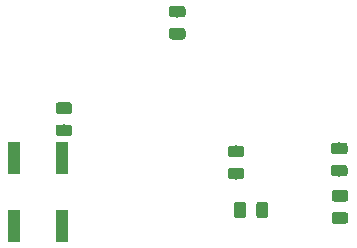
<source format=gbr>
G04 #@! TF.GenerationSoftware,KiCad,Pcbnew,5.0.2-bee76a0~70~ubuntu18.04.1*
G04 #@! TF.CreationDate,2019-02-20T16:39:47+02:00*
G04 #@! TF.ProjectId,weerstasie,77656572-7374-4617-9369-652e6b696361,rev?*
G04 #@! TF.SameCoordinates,Original*
G04 #@! TF.FileFunction,Paste,Bot*
G04 #@! TF.FilePolarity,Positive*
%FSLAX46Y46*%
G04 Gerber Fmt 4.6, Leading zero omitted, Abs format (unit mm)*
G04 Created by KiCad (PCBNEW 5.0.2-bee76a0~70~ubuntu18.04.1) date Wed 20 Feb 2019 16:39:47 SAST*
%MOMM*%
%LPD*%
G01*
G04 APERTURE LIST*
%ADD10C,0.100000*%
%ADD11C,0.975000*%
%ADD12R,1.000000X2.750000*%
G04 APERTURE END LIST*
D10*
G04 #@! TO.C,R4*
G36*
X107109342Y-89046374D02*
X107133003Y-89049884D01*
X107156207Y-89055696D01*
X107178729Y-89063754D01*
X107200353Y-89073982D01*
X107220870Y-89086279D01*
X107240083Y-89100529D01*
X107257807Y-89116593D01*
X107273871Y-89134317D01*
X107288121Y-89153530D01*
X107300418Y-89174047D01*
X107310646Y-89195671D01*
X107318704Y-89218193D01*
X107324516Y-89241397D01*
X107328026Y-89265058D01*
X107329200Y-89288950D01*
X107329200Y-89776450D01*
X107328026Y-89800342D01*
X107324516Y-89824003D01*
X107318704Y-89847207D01*
X107310646Y-89869729D01*
X107300418Y-89891353D01*
X107288121Y-89911870D01*
X107273871Y-89931083D01*
X107257807Y-89948807D01*
X107240083Y-89964871D01*
X107220870Y-89979121D01*
X107200353Y-89991418D01*
X107178729Y-90001646D01*
X107156207Y-90009704D01*
X107133003Y-90015516D01*
X107109342Y-90019026D01*
X107085450Y-90020200D01*
X106172950Y-90020200D01*
X106149058Y-90019026D01*
X106125397Y-90015516D01*
X106102193Y-90009704D01*
X106079671Y-90001646D01*
X106058047Y-89991418D01*
X106037530Y-89979121D01*
X106018317Y-89964871D01*
X106000593Y-89948807D01*
X105984529Y-89931083D01*
X105970279Y-89911870D01*
X105957982Y-89891353D01*
X105947754Y-89869729D01*
X105939696Y-89847207D01*
X105933884Y-89824003D01*
X105930374Y-89800342D01*
X105929200Y-89776450D01*
X105929200Y-89288950D01*
X105930374Y-89265058D01*
X105933884Y-89241397D01*
X105939696Y-89218193D01*
X105947754Y-89195671D01*
X105957982Y-89174047D01*
X105970279Y-89153530D01*
X105984529Y-89134317D01*
X106000593Y-89116593D01*
X106018317Y-89100529D01*
X106037530Y-89086279D01*
X106058047Y-89073982D01*
X106079671Y-89063754D01*
X106102193Y-89055696D01*
X106125397Y-89049884D01*
X106149058Y-89046374D01*
X106172950Y-89045200D01*
X107085450Y-89045200D01*
X107109342Y-89046374D01*
X107109342Y-89046374D01*
G37*
D11*
X106629200Y-89532700D03*
D10*
G36*
X107109342Y-87171374D02*
X107133003Y-87174884D01*
X107156207Y-87180696D01*
X107178729Y-87188754D01*
X107200353Y-87198982D01*
X107220870Y-87211279D01*
X107240083Y-87225529D01*
X107257807Y-87241593D01*
X107273871Y-87259317D01*
X107288121Y-87278530D01*
X107300418Y-87299047D01*
X107310646Y-87320671D01*
X107318704Y-87343193D01*
X107324516Y-87366397D01*
X107328026Y-87390058D01*
X107329200Y-87413950D01*
X107329200Y-87901450D01*
X107328026Y-87925342D01*
X107324516Y-87949003D01*
X107318704Y-87972207D01*
X107310646Y-87994729D01*
X107300418Y-88016353D01*
X107288121Y-88036870D01*
X107273871Y-88056083D01*
X107257807Y-88073807D01*
X107240083Y-88089871D01*
X107220870Y-88104121D01*
X107200353Y-88116418D01*
X107178729Y-88126646D01*
X107156207Y-88134704D01*
X107133003Y-88140516D01*
X107109342Y-88144026D01*
X107085450Y-88145200D01*
X106172950Y-88145200D01*
X106149058Y-88144026D01*
X106125397Y-88140516D01*
X106102193Y-88134704D01*
X106079671Y-88126646D01*
X106058047Y-88116418D01*
X106037530Y-88104121D01*
X106018317Y-88089871D01*
X106000593Y-88073807D01*
X105984529Y-88056083D01*
X105970279Y-88036870D01*
X105957982Y-88016353D01*
X105947754Y-87994729D01*
X105939696Y-87972207D01*
X105933884Y-87949003D01*
X105930374Y-87925342D01*
X105929200Y-87901450D01*
X105929200Y-87413950D01*
X105930374Y-87390058D01*
X105933884Y-87366397D01*
X105939696Y-87343193D01*
X105947754Y-87320671D01*
X105957982Y-87299047D01*
X105970279Y-87278530D01*
X105984529Y-87259317D01*
X106000593Y-87241593D01*
X106018317Y-87225529D01*
X106037530Y-87211279D01*
X106058047Y-87198982D01*
X106079671Y-87188754D01*
X106102193Y-87180696D01*
X106125397Y-87174884D01*
X106149058Y-87171374D01*
X106172950Y-87170200D01*
X107085450Y-87170200D01*
X107109342Y-87171374D01*
X107109342Y-87171374D01*
G37*
D11*
X106629200Y-87657700D03*
G04 #@! TD*
D10*
G04 #@! TO.C,R5*
G36*
X116710542Y-80867574D02*
X116734203Y-80871084D01*
X116757407Y-80876896D01*
X116779929Y-80884954D01*
X116801553Y-80895182D01*
X116822070Y-80907479D01*
X116841283Y-80921729D01*
X116859007Y-80937793D01*
X116875071Y-80955517D01*
X116889321Y-80974730D01*
X116901618Y-80995247D01*
X116911846Y-81016871D01*
X116919904Y-81039393D01*
X116925716Y-81062597D01*
X116929226Y-81086258D01*
X116930400Y-81110150D01*
X116930400Y-81597650D01*
X116929226Y-81621542D01*
X116925716Y-81645203D01*
X116919904Y-81668407D01*
X116911846Y-81690929D01*
X116901618Y-81712553D01*
X116889321Y-81733070D01*
X116875071Y-81752283D01*
X116859007Y-81770007D01*
X116841283Y-81786071D01*
X116822070Y-81800321D01*
X116801553Y-81812618D01*
X116779929Y-81822846D01*
X116757407Y-81830904D01*
X116734203Y-81836716D01*
X116710542Y-81840226D01*
X116686650Y-81841400D01*
X115774150Y-81841400D01*
X115750258Y-81840226D01*
X115726597Y-81836716D01*
X115703393Y-81830904D01*
X115680871Y-81822846D01*
X115659247Y-81812618D01*
X115638730Y-81800321D01*
X115619517Y-81786071D01*
X115601793Y-81770007D01*
X115585729Y-81752283D01*
X115571479Y-81733070D01*
X115559182Y-81712553D01*
X115548954Y-81690929D01*
X115540896Y-81668407D01*
X115535084Y-81645203D01*
X115531574Y-81621542D01*
X115530400Y-81597650D01*
X115530400Y-81110150D01*
X115531574Y-81086258D01*
X115535084Y-81062597D01*
X115540896Y-81039393D01*
X115548954Y-81016871D01*
X115559182Y-80995247D01*
X115571479Y-80974730D01*
X115585729Y-80955517D01*
X115601793Y-80937793D01*
X115619517Y-80921729D01*
X115638730Y-80907479D01*
X115659247Y-80895182D01*
X115680871Y-80884954D01*
X115703393Y-80876896D01*
X115726597Y-80871084D01*
X115750258Y-80867574D01*
X115774150Y-80866400D01*
X116686650Y-80866400D01*
X116710542Y-80867574D01*
X116710542Y-80867574D01*
G37*
D11*
X116230400Y-81353900D03*
D10*
G36*
X116710542Y-78992574D02*
X116734203Y-78996084D01*
X116757407Y-79001896D01*
X116779929Y-79009954D01*
X116801553Y-79020182D01*
X116822070Y-79032479D01*
X116841283Y-79046729D01*
X116859007Y-79062793D01*
X116875071Y-79080517D01*
X116889321Y-79099730D01*
X116901618Y-79120247D01*
X116911846Y-79141871D01*
X116919904Y-79164393D01*
X116925716Y-79187597D01*
X116929226Y-79211258D01*
X116930400Y-79235150D01*
X116930400Y-79722650D01*
X116929226Y-79746542D01*
X116925716Y-79770203D01*
X116919904Y-79793407D01*
X116911846Y-79815929D01*
X116901618Y-79837553D01*
X116889321Y-79858070D01*
X116875071Y-79877283D01*
X116859007Y-79895007D01*
X116841283Y-79911071D01*
X116822070Y-79925321D01*
X116801553Y-79937618D01*
X116779929Y-79947846D01*
X116757407Y-79955904D01*
X116734203Y-79961716D01*
X116710542Y-79965226D01*
X116686650Y-79966400D01*
X115774150Y-79966400D01*
X115750258Y-79965226D01*
X115726597Y-79961716D01*
X115703393Y-79955904D01*
X115680871Y-79947846D01*
X115659247Y-79937618D01*
X115638730Y-79925321D01*
X115619517Y-79911071D01*
X115601793Y-79895007D01*
X115585729Y-79877283D01*
X115571479Y-79858070D01*
X115559182Y-79837553D01*
X115548954Y-79815929D01*
X115540896Y-79793407D01*
X115535084Y-79770203D01*
X115531574Y-79746542D01*
X115530400Y-79722650D01*
X115530400Y-79235150D01*
X115531574Y-79211258D01*
X115535084Y-79187597D01*
X115540896Y-79164393D01*
X115548954Y-79141871D01*
X115559182Y-79120247D01*
X115571479Y-79099730D01*
X115585729Y-79080517D01*
X115601793Y-79062793D01*
X115619517Y-79046729D01*
X115638730Y-79032479D01*
X115659247Y-79020182D01*
X115680871Y-79009954D01*
X115703393Y-79001896D01*
X115726597Y-78996084D01*
X115750258Y-78992574D01*
X115774150Y-78991400D01*
X116686650Y-78991400D01*
X116710542Y-78992574D01*
X116710542Y-78992574D01*
G37*
D11*
X116230400Y-79478900D03*
G04 #@! TD*
D12*
G04 #@! TO.C,SW1*
X102444800Y-91867000D03*
X102444800Y-97617000D03*
X106444800Y-97617000D03*
X106444800Y-91867000D03*
G04 #@! TD*
D10*
G04 #@! TO.C,C5*
G36*
X121688942Y-92703974D02*
X121712603Y-92707484D01*
X121735807Y-92713296D01*
X121758329Y-92721354D01*
X121779953Y-92731582D01*
X121800470Y-92743879D01*
X121819683Y-92758129D01*
X121837407Y-92774193D01*
X121853471Y-92791917D01*
X121867721Y-92811130D01*
X121880018Y-92831647D01*
X121890246Y-92853271D01*
X121898304Y-92875793D01*
X121904116Y-92898997D01*
X121907626Y-92922658D01*
X121908800Y-92946550D01*
X121908800Y-93434050D01*
X121907626Y-93457942D01*
X121904116Y-93481603D01*
X121898304Y-93504807D01*
X121890246Y-93527329D01*
X121880018Y-93548953D01*
X121867721Y-93569470D01*
X121853471Y-93588683D01*
X121837407Y-93606407D01*
X121819683Y-93622471D01*
X121800470Y-93636721D01*
X121779953Y-93649018D01*
X121758329Y-93659246D01*
X121735807Y-93667304D01*
X121712603Y-93673116D01*
X121688942Y-93676626D01*
X121665050Y-93677800D01*
X120752550Y-93677800D01*
X120728658Y-93676626D01*
X120704997Y-93673116D01*
X120681793Y-93667304D01*
X120659271Y-93659246D01*
X120637647Y-93649018D01*
X120617130Y-93636721D01*
X120597917Y-93622471D01*
X120580193Y-93606407D01*
X120564129Y-93588683D01*
X120549879Y-93569470D01*
X120537582Y-93548953D01*
X120527354Y-93527329D01*
X120519296Y-93504807D01*
X120513484Y-93481603D01*
X120509974Y-93457942D01*
X120508800Y-93434050D01*
X120508800Y-92946550D01*
X120509974Y-92922658D01*
X120513484Y-92898997D01*
X120519296Y-92875793D01*
X120527354Y-92853271D01*
X120537582Y-92831647D01*
X120549879Y-92811130D01*
X120564129Y-92791917D01*
X120580193Y-92774193D01*
X120597917Y-92758129D01*
X120617130Y-92743879D01*
X120637647Y-92731582D01*
X120659271Y-92721354D01*
X120681793Y-92713296D01*
X120704997Y-92707484D01*
X120728658Y-92703974D01*
X120752550Y-92702800D01*
X121665050Y-92702800D01*
X121688942Y-92703974D01*
X121688942Y-92703974D01*
G37*
D11*
X121208800Y-93190300D03*
D10*
G36*
X121688942Y-90828974D02*
X121712603Y-90832484D01*
X121735807Y-90838296D01*
X121758329Y-90846354D01*
X121779953Y-90856582D01*
X121800470Y-90868879D01*
X121819683Y-90883129D01*
X121837407Y-90899193D01*
X121853471Y-90916917D01*
X121867721Y-90936130D01*
X121880018Y-90956647D01*
X121890246Y-90978271D01*
X121898304Y-91000793D01*
X121904116Y-91023997D01*
X121907626Y-91047658D01*
X121908800Y-91071550D01*
X121908800Y-91559050D01*
X121907626Y-91582942D01*
X121904116Y-91606603D01*
X121898304Y-91629807D01*
X121890246Y-91652329D01*
X121880018Y-91673953D01*
X121867721Y-91694470D01*
X121853471Y-91713683D01*
X121837407Y-91731407D01*
X121819683Y-91747471D01*
X121800470Y-91761721D01*
X121779953Y-91774018D01*
X121758329Y-91784246D01*
X121735807Y-91792304D01*
X121712603Y-91798116D01*
X121688942Y-91801626D01*
X121665050Y-91802800D01*
X120752550Y-91802800D01*
X120728658Y-91801626D01*
X120704997Y-91798116D01*
X120681793Y-91792304D01*
X120659271Y-91784246D01*
X120637647Y-91774018D01*
X120617130Y-91761721D01*
X120597917Y-91747471D01*
X120580193Y-91731407D01*
X120564129Y-91713683D01*
X120549879Y-91694470D01*
X120537582Y-91673953D01*
X120527354Y-91652329D01*
X120519296Y-91629807D01*
X120513484Y-91606603D01*
X120509974Y-91582942D01*
X120508800Y-91559050D01*
X120508800Y-91071550D01*
X120509974Y-91047658D01*
X120513484Y-91023997D01*
X120519296Y-91000793D01*
X120527354Y-90978271D01*
X120537582Y-90956647D01*
X120549879Y-90936130D01*
X120564129Y-90916917D01*
X120580193Y-90899193D01*
X120597917Y-90883129D01*
X120617130Y-90868879D01*
X120637647Y-90856582D01*
X120659271Y-90846354D01*
X120681793Y-90838296D01*
X120704997Y-90832484D01*
X120728658Y-90828974D01*
X120752550Y-90827800D01*
X121665050Y-90827800D01*
X121688942Y-90828974D01*
X121688942Y-90828974D01*
G37*
D11*
X121208800Y-91315300D03*
G04 #@! TD*
D10*
G04 #@! TO.C,C10*
G36*
X130426542Y-90574974D02*
X130450203Y-90578484D01*
X130473407Y-90584296D01*
X130495929Y-90592354D01*
X130517553Y-90602582D01*
X130538070Y-90614879D01*
X130557283Y-90629129D01*
X130575007Y-90645193D01*
X130591071Y-90662917D01*
X130605321Y-90682130D01*
X130617618Y-90702647D01*
X130627846Y-90724271D01*
X130635904Y-90746793D01*
X130641716Y-90769997D01*
X130645226Y-90793658D01*
X130646400Y-90817550D01*
X130646400Y-91305050D01*
X130645226Y-91328942D01*
X130641716Y-91352603D01*
X130635904Y-91375807D01*
X130627846Y-91398329D01*
X130617618Y-91419953D01*
X130605321Y-91440470D01*
X130591071Y-91459683D01*
X130575007Y-91477407D01*
X130557283Y-91493471D01*
X130538070Y-91507721D01*
X130517553Y-91520018D01*
X130495929Y-91530246D01*
X130473407Y-91538304D01*
X130450203Y-91544116D01*
X130426542Y-91547626D01*
X130402650Y-91548800D01*
X129490150Y-91548800D01*
X129466258Y-91547626D01*
X129442597Y-91544116D01*
X129419393Y-91538304D01*
X129396871Y-91530246D01*
X129375247Y-91520018D01*
X129354730Y-91507721D01*
X129335517Y-91493471D01*
X129317793Y-91477407D01*
X129301729Y-91459683D01*
X129287479Y-91440470D01*
X129275182Y-91419953D01*
X129264954Y-91398329D01*
X129256896Y-91375807D01*
X129251084Y-91352603D01*
X129247574Y-91328942D01*
X129246400Y-91305050D01*
X129246400Y-90817550D01*
X129247574Y-90793658D01*
X129251084Y-90769997D01*
X129256896Y-90746793D01*
X129264954Y-90724271D01*
X129275182Y-90702647D01*
X129287479Y-90682130D01*
X129301729Y-90662917D01*
X129317793Y-90645193D01*
X129335517Y-90629129D01*
X129354730Y-90614879D01*
X129375247Y-90602582D01*
X129396871Y-90592354D01*
X129419393Y-90584296D01*
X129442597Y-90578484D01*
X129466258Y-90574974D01*
X129490150Y-90573800D01*
X130402650Y-90573800D01*
X130426542Y-90574974D01*
X130426542Y-90574974D01*
G37*
D11*
X129946400Y-91061300D03*
D10*
G36*
X130426542Y-92449974D02*
X130450203Y-92453484D01*
X130473407Y-92459296D01*
X130495929Y-92467354D01*
X130517553Y-92477582D01*
X130538070Y-92489879D01*
X130557283Y-92504129D01*
X130575007Y-92520193D01*
X130591071Y-92537917D01*
X130605321Y-92557130D01*
X130617618Y-92577647D01*
X130627846Y-92599271D01*
X130635904Y-92621793D01*
X130641716Y-92644997D01*
X130645226Y-92668658D01*
X130646400Y-92692550D01*
X130646400Y-93180050D01*
X130645226Y-93203942D01*
X130641716Y-93227603D01*
X130635904Y-93250807D01*
X130627846Y-93273329D01*
X130617618Y-93294953D01*
X130605321Y-93315470D01*
X130591071Y-93334683D01*
X130575007Y-93352407D01*
X130557283Y-93368471D01*
X130538070Y-93382721D01*
X130517553Y-93395018D01*
X130495929Y-93405246D01*
X130473407Y-93413304D01*
X130450203Y-93419116D01*
X130426542Y-93422626D01*
X130402650Y-93423800D01*
X129490150Y-93423800D01*
X129466258Y-93422626D01*
X129442597Y-93419116D01*
X129419393Y-93413304D01*
X129396871Y-93405246D01*
X129375247Y-93395018D01*
X129354730Y-93382721D01*
X129335517Y-93368471D01*
X129317793Y-93352407D01*
X129301729Y-93334683D01*
X129287479Y-93315470D01*
X129275182Y-93294953D01*
X129264954Y-93273329D01*
X129256896Y-93250807D01*
X129251084Y-93227603D01*
X129247574Y-93203942D01*
X129246400Y-93180050D01*
X129246400Y-92692550D01*
X129247574Y-92668658D01*
X129251084Y-92644997D01*
X129256896Y-92621793D01*
X129264954Y-92599271D01*
X129275182Y-92577647D01*
X129287479Y-92557130D01*
X129301729Y-92537917D01*
X129317793Y-92520193D01*
X129335517Y-92504129D01*
X129354730Y-92489879D01*
X129375247Y-92477582D01*
X129396871Y-92467354D01*
X129419393Y-92459296D01*
X129442597Y-92453484D01*
X129466258Y-92449974D01*
X129490150Y-92448800D01*
X130402650Y-92448800D01*
X130426542Y-92449974D01*
X130426542Y-92449974D01*
G37*
D11*
X129946400Y-92936300D03*
G04 #@! TD*
D10*
G04 #@! TO.C,C13*
G36*
X123683942Y-95567174D02*
X123707603Y-95570684D01*
X123730807Y-95576496D01*
X123753329Y-95584554D01*
X123774953Y-95594782D01*
X123795470Y-95607079D01*
X123814683Y-95621329D01*
X123832407Y-95637393D01*
X123848471Y-95655117D01*
X123862721Y-95674330D01*
X123875018Y-95694847D01*
X123885246Y-95716471D01*
X123893304Y-95738993D01*
X123899116Y-95762197D01*
X123902626Y-95785858D01*
X123903800Y-95809750D01*
X123903800Y-96722250D01*
X123902626Y-96746142D01*
X123899116Y-96769803D01*
X123893304Y-96793007D01*
X123885246Y-96815529D01*
X123875018Y-96837153D01*
X123862721Y-96857670D01*
X123848471Y-96876883D01*
X123832407Y-96894607D01*
X123814683Y-96910671D01*
X123795470Y-96924921D01*
X123774953Y-96937218D01*
X123753329Y-96947446D01*
X123730807Y-96955504D01*
X123707603Y-96961316D01*
X123683942Y-96964826D01*
X123660050Y-96966000D01*
X123172550Y-96966000D01*
X123148658Y-96964826D01*
X123124997Y-96961316D01*
X123101793Y-96955504D01*
X123079271Y-96947446D01*
X123057647Y-96937218D01*
X123037130Y-96924921D01*
X123017917Y-96910671D01*
X123000193Y-96894607D01*
X122984129Y-96876883D01*
X122969879Y-96857670D01*
X122957582Y-96837153D01*
X122947354Y-96815529D01*
X122939296Y-96793007D01*
X122933484Y-96769803D01*
X122929974Y-96746142D01*
X122928800Y-96722250D01*
X122928800Y-95809750D01*
X122929974Y-95785858D01*
X122933484Y-95762197D01*
X122939296Y-95738993D01*
X122947354Y-95716471D01*
X122957582Y-95694847D01*
X122969879Y-95674330D01*
X122984129Y-95655117D01*
X123000193Y-95637393D01*
X123017917Y-95621329D01*
X123037130Y-95607079D01*
X123057647Y-95594782D01*
X123079271Y-95584554D01*
X123101793Y-95576496D01*
X123124997Y-95570684D01*
X123148658Y-95567174D01*
X123172550Y-95566000D01*
X123660050Y-95566000D01*
X123683942Y-95567174D01*
X123683942Y-95567174D01*
G37*
D11*
X123416300Y-96266000D03*
D10*
G36*
X121808942Y-95567174D02*
X121832603Y-95570684D01*
X121855807Y-95576496D01*
X121878329Y-95584554D01*
X121899953Y-95594782D01*
X121920470Y-95607079D01*
X121939683Y-95621329D01*
X121957407Y-95637393D01*
X121973471Y-95655117D01*
X121987721Y-95674330D01*
X122000018Y-95694847D01*
X122010246Y-95716471D01*
X122018304Y-95738993D01*
X122024116Y-95762197D01*
X122027626Y-95785858D01*
X122028800Y-95809750D01*
X122028800Y-96722250D01*
X122027626Y-96746142D01*
X122024116Y-96769803D01*
X122018304Y-96793007D01*
X122010246Y-96815529D01*
X122000018Y-96837153D01*
X121987721Y-96857670D01*
X121973471Y-96876883D01*
X121957407Y-96894607D01*
X121939683Y-96910671D01*
X121920470Y-96924921D01*
X121899953Y-96937218D01*
X121878329Y-96947446D01*
X121855807Y-96955504D01*
X121832603Y-96961316D01*
X121808942Y-96964826D01*
X121785050Y-96966000D01*
X121297550Y-96966000D01*
X121273658Y-96964826D01*
X121249997Y-96961316D01*
X121226793Y-96955504D01*
X121204271Y-96947446D01*
X121182647Y-96937218D01*
X121162130Y-96924921D01*
X121142917Y-96910671D01*
X121125193Y-96894607D01*
X121109129Y-96876883D01*
X121094879Y-96857670D01*
X121082582Y-96837153D01*
X121072354Y-96815529D01*
X121064296Y-96793007D01*
X121058484Y-96769803D01*
X121054974Y-96746142D01*
X121053800Y-96722250D01*
X121053800Y-95809750D01*
X121054974Y-95785858D01*
X121058484Y-95762197D01*
X121064296Y-95738993D01*
X121072354Y-95716471D01*
X121082582Y-95694847D01*
X121094879Y-95674330D01*
X121109129Y-95655117D01*
X121125193Y-95637393D01*
X121142917Y-95621329D01*
X121162130Y-95607079D01*
X121182647Y-95594782D01*
X121204271Y-95584554D01*
X121226793Y-95576496D01*
X121249997Y-95570684D01*
X121273658Y-95567174D01*
X121297550Y-95566000D01*
X121785050Y-95566000D01*
X121808942Y-95567174D01*
X121808942Y-95567174D01*
G37*
D11*
X121541300Y-96266000D03*
G04 #@! TD*
D10*
G04 #@! TO.C,C14*
G36*
X130477342Y-96463174D02*
X130501003Y-96466684D01*
X130524207Y-96472496D01*
X130546729Y-96480554D01*
X130568353Y-96490782D01*
X130588870Y-96503079D01*
X130608083Y-96517329D01*
X130625807Y-96533393D01*
X130641871Y-96551117D01*
X130656121Y-96570330D01*
X130668418Y-96590847D01*
X130678646Y-96612471D01*
X130686704Y-96634993D01*
X130692516Y-96658197D01*
X130696026Y-96681858D01*
X130697200Y-96705750D01*
X130697200Y-97193250D01*
X130696026Y-97217142D01*
X130692516Y-97240803D01*
X130686704Y-97264007D01*
X130678646Y-97286529D01*
X130668418Y-97308153D01*
X130656121Y-97328670D01*
X130641871Y-97347883D01*
X130625807Y-97365607D01*
X130608083Y-97381671D01*
X130588870Y-97395921D01*
X130568353Y-97408218D01*
X130546729Y-97418446D01*
X130524207Y-97426504D01*
X130501003Y-97432316D01*
X130477342Y-97435826D01*
X130453450Y-97437000D01*
X129540950Y-97437000D01*
X129517058Y-97435826D01*
X129493397Y-97432316D01*
X129470193Y-97426504D01*
X129447671Y-97418446D01*
X129426047Y-97408218D01*
X129405530Y-97395921D01*
X129386317Y-97381671D01*
X129368593Y-97365607D01*
X129352529Y-97347883D01*
X129338279Y-97328670D01*
X129325982Y-97308153D01*
X129315754Y-97286529D01*
X129307696Y-97264007D01*
X129301884Y-97240803D01*
X129298374Y-97217142D01*
X129297200Y-97193250D01*
X129297200Y-96705750D01*
X129298374Y-96681858D01*
X129301884Y-96658197D01*
X129307696Y-96634993D01*
X129315754Y-96612471D01*
X129325982Y-96590847D01*
X129338279Y-96570330D01*
X129352529Y-96551117D01*
X129368593Y-96533393D01*
X129386317Y-96517329D01*
X129405530Y-96503079D01*
X129426047Y-96490782D01*
X129447671Y-96480554D01*
X129470193Y-96472496D01*
X129493397Y-96466684D01*
X129517058Y-96463174D01*
X129540950Y-96462000D01*
X130453450Y-96462000D01*
X130477342Y-96463174D01*
X130477342Y-96463174D01*
G37*
D11*
X129997200Y-96949500D03*
D10*
G36*
X130477342Y-94588174D02*
X130501003Y-94591684D01*
X130524207Y-94597496D01*
X130546729Y-94605554D01*
X130568353Y-94615782D01*
X130588870Y-94628079D01*
X130608083Y-94642329D01*
X130625807Y-94658393D01*
X130641871Y-94676117D01*
X130656121Y-94695330D01*
X130668418Y-94715847D01*
X130678646Y-94737471D01*
X130686704Y-94759993D01*
X130692516Y-94783197D01*
X130696026Y-94806858D01*
X130697200Y-94830750D01*
X130697200Y-95318250D01*
X130696026Y-95342142D01*
X130692516Y-95365803D01*
X130686704Y-95389007D01*
X130678646Y-95411529D01*
X130668418Y-95433153D01*
X130656121Y-95453670D01*
X130641871Y-95472883D01*
X130625807Y-95490607D01*
X130608083Y-95506671D01*
X130588870Y-95520921D01*
X130568353Y-95533218D01*
X130546729Y-95543446D01*
X130524207Y-95551504D01*
X130501003Y-95557316D01*
X130477342Y-95560826D01*
X130453450Y-95562000D01*
X129540950Y-95562000D01*
X129517058Y-95560826D01*
X129493397Y-95557316D01*
X129470193Y-95551504D01*
X129447671Y-95543446D01*
X129426047Y-95533218D01*
X129405530Y-95520921D01*
X129386317Y-95506671D01*
X129368593Y-95490607D01*
X129352529Y-95472883D01*
X129338279Y-95453670D01*
X129325982Y-95433153D01*
X129315754Y-95411529D01*
X129307696Y-95389007D01*
X129301884Y-95365803D01*
X129298374Y-95342142D01*
X129297200Y-95318250D01*
X129297200Y-94830750D01*
X129298374Y-94806858D01*
X129301884Y-94783197D01*
X129307696Y-94759993D01*
X129315754Y-94737471D01*
X129325982Y-94715847D01*
X129338279Y-94695330D01*
X129352529Y-94676117D01*
X129368593Y-94658393D01*
X129386317Y-94642329D01*
X129405530Y-94628079D01*
X129426047Y-94615782D01*
X129447671Y-94605554D01*
X129470193Y-94597496D01*
X129493397Y-94591684D01*
X129517058Y-94588174D01*
X129540950Y-94587000D01*
X130453450Y-94587000D01*
X130477342Y-94588174D01*
X130477342Y-94588174D01*
G37*
D11*
X129997200Y-95074500D03*
G04 #@! TD*
M02*

</source>
